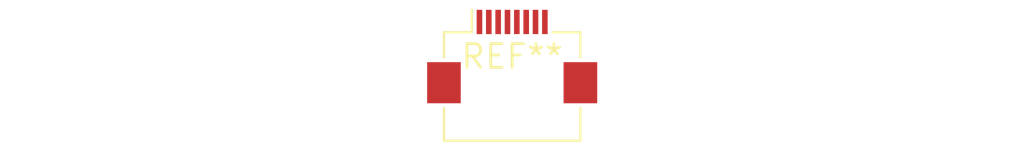
<source format=kicad_pcb>
(kicad_pcb (version 20240108) (generator pcbnew)
  (layers (0 "F.Cu" signal) (31 "B.Cu" signal) (34 "B.Paste" user) (35 "F.Paste" user) (36 "B.SilkS" user "B.Silkscreen") (37 "F.SilkS" user "F.Silkscreen") (38 "B.Mask" user) (39 "F.Mask" user) (44 "Edge.Cuts" user))
  (net 0 "")
  (footprint "Hirose_FH12-8S-0.5SH_1x08-1MP_P0.50mm_Horizontal" (layer "F.Cu") (at 0 0)
    (property "Reference" "REF**")
    (property "Value" "Hirose_FH12-8S-0.5SH_1x08-1MP_P0.50mm_Horizontal")
    (fp_line (start -3.65 -1.3) (end -3.65 0.04) (layer "F.SilkS") (stroke (width 0.12)))
    (fp_line (start -3.65 2.76) (end -3.65 4.5) (layer "F.SilkS") (stroke (width 0.12)))
    (fp_line (start -3.65 4.5) (end 3.65 4.5) (layer "F.SilkS") (stroke (width 0.12)))
    (fp_line (start -2.16 -1.3) (end -3.65 -1.3) (layer "F.SilkS") (stroke (width 0.12)))
    (fp_line (start -2.16 -1.3) (end -2.16 -2.5) (layer "F.SilkS") (stroke (width 0.12)))
    (fp_line (start 2.16 -1.3) (end 3.65 -1.3) (layer "F.SilkS") (stroke (width 0.12)))
    (fp_line (start 3.65 -1.3) (end 3.65 0.04) (layer "F.SilkS") (stroke (width 0.12)))
    (fp_line (start 3.65 4.5) (end 3.65 2.76) (layer "F.SilkS") (stroke (width 0.12)))
    (pad "1" smd rect (at -1.75 -1.85) (size 0.3 1.3) (layers "F.Cu" "F.Paste" "F.Mask"))
    (pad "2" smd rect (at -1.25 -1.85) (size 0.3 1.3) (layers "F.Cu" "F.Paste" "F.Mask"))
    (pad "3" smd rect (at -0.75 -1.85) (size 0.3 1.3) (layers "F.Cu" "F.Paste" "F.Mask"))
    (pad "4" smd rect (at -0.25 -1.85) (size 0.3 1.3) (layers "F.Cu" "F.Paste" "F.Mask"))
    (pad "5" smd rect (at 0.25 -1.85) (size 0.3 1.3) (layers "F.Cu" "F.Paste" "F.Mask"))
    (pad "6" smd rect (at 0.75 -1.85) (size 0.3 1.3) (layers "F.Cu" "F.Paste" "F.Mask"))
    (pad "7" smd rect (at 1.25 -1.85) (size 0.3 1.3) (layers "F.Cu" "F.Paste" "F.Mask"))
    (pad "8" smd rect (at 1.75 -1.85) (size 0.3 1.3) (layers "F.Cu" "F.Paste" "F.Mask"))
    (pad "MP" smd rect (at -3.65 1.4) (size 1.8 2.2) (layers "F.Cu" "F.Paste" "F.Mask"))
    (pad "MP" smd rect (at 3.65 1.4) (size 1.8 2.2) (layers "F.Cu" "F.Paste" "F.Mask"))
  )
)
</source>
